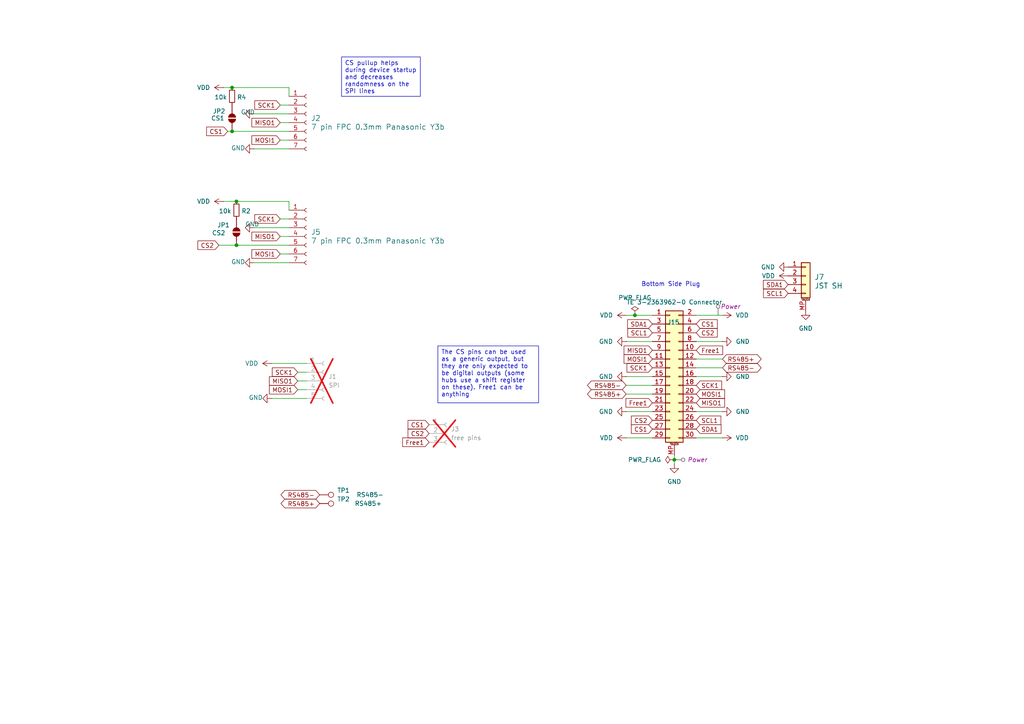
<source format=kicad_sch>
(kicad_sch (version 20231120) (generator "eeschema") (generator_version "8.0")
  (paper "A4")
  (lib_symbols
    (symbol "Connector:Conn_01x03_Socket" (pin_names (offset 1.016) hide)
      (property "Reference" "J" (at 0 5.08 0))
      (property "Value" "Conn_01x03_Socket" (at 0 -5.08 0))
      (symbol "Conn_01x03_Socket_1_1"
        (arc (start 0 -2.032) (mid -0.5058 -2.54) (end 0 -3.048) (stroke (width 0.1524)))
        (polyline (pts (xy -1.27 -2.54) (xy -0.508 -2.54)) (stroke (width 0.1524)))
        (polyline (pts (xy -1.27 0) (xy -0.508 0)) (stroke (width 0.1524)))
        (polyline (pts (xy -1.27 2.54) (xy -0.508 2.54)) (stroke (width 0.1524)))
        (arc (start 0 0.508) (mid -0.5058 0) (end 0 -0.508) (stroke (width 0.1524)))
        (arc (start 0 3.048) (mid -0.5058 2.54) (end 0 2.032) (stroke (width 0.1524)))
        (pin passive line (at -5.08 2.54 0) (length 3.81) (name "Pin_1") (number "1"))
        (pin passive line (at -5.08 0 0) (length 3.81) (name "Pin_2") (number "2"))
        (pin passive line (at -5.08 -2.54 0) (length 3.81) (name "Pin_3") (number "3"))
      )
    )
    (symbol "Connector:Conn_01x05_Socket" (pin_names (offset 1.016) hide)
      (property "Reference" "J" (at 0 7.62 0))
      (property "Value" "Conn_01x05_Socket" (at 0 -7.62 0))
      (symbol "Conn_01x05_Socket_1_1"
        (arc (start 0 -4.572) (mid -0.5058 -5.08) (end 0 -5.588) (stroke (width 0.1524)))
        (arc (start 0 -2.032) (mid -0.5058 -2.54) (end 0 -3.048) (stroke (width 0.1524)))
        (polyline (pts (xy -1.27 -5.08) (xy -0.508 -5.08)) (stroke (width 0.1524)))
        (polyline (pts (xy -1.27 -2.54) (xy -0.508 -2.54)) (stroke (width 0.1524)))
        (polyline (pts (xy -1.27 0) (xy -0.508 0)) (stroke (width 0.1524)))
        (polyline (pts (xy -1.27 2.54) (xy -0.508 2.54)) (stroke (width 0.1524)))
        (polyline (pts (xy -1.27 5.08) (xy -0.508 5.08)) (stroke (width 0.1524)))
        (arc (start 0 0.508) (mid -0.5058 0) (end 0 -0.508) (stroke (width 0.1524)))
        (arc (start 0 3.048) (mid -0.5058 2.54) (end 0 2.032) (stroke (width 0.1524)))
        (arc (start 0 5.588) (mid -0.5058 5.08) (end 0 4.572) (stroke (width 0.1524)))
        (pin passive line (at -5.08 5.08 0) (length 3.81) (name "Pin_1") (number "1"))
        (pin passive line (at -5.08 2.54 0) (length 3.81) (name "Pin_2") (number "2"))
        (pin passive line (at -5.08 0 0) (length 3.81) (name "Pin_3") (number "3"))
        (pin passive line (at -5.08 -2.54 0) (length 3.81) (name "Pin_4") (number "4"))
        (pin passive line (at -5.08 -5.08 0) (length 3.81) (name "Pin_5") (number "5"))
      )
    )
    (symbol "Connector:Conn_01x07_Socket" (pin_names (offset 1.016) hide)
      (property "Reference" "J" (at 0 10.16 0))
      (property "Value" "Conn_01x07_Socket" (at 0 -10.16 0))
      (symbol "Conn_01x07_Socket_1_1"
        (arc (start 0 -7.112) (mid -0.5058 -7.62) (end 0 -8.128) (stroke (width 0.1524)))
        (arc (start 0 -4.572) (mid -0.5058 -5.08) (end 0 -5.588) (stroke (width 0.1524)))
        (arc (start 0 -2.032) (mid -0.5058 -2.54) (end 0 -3.048) (stroke (width 0.1524)))
        (polyline (pts (xy -1.27 -7.62) (xy -0.508 -7.62)) (stroke (width 0.1524)))
        (polyline (pts (xy -1.27 -5.08) (xy -0.508 -5.08)) (stroke (width 0.1524)))
        (polyline (pts (xy -1.27 -2.54) (xy -0.508 -2.54)) (stroke (width 0.1524)))
        (polyline (pts (xy -1.27 0) (xy -0.508 0)) (stroke (width 0.1524)))
        (polyline (pts (xy -1.27 2.54) (xy -0.508 2.54)) (stroke (width 0.1524)))
        (polyline (pts (xy -1.27 5.08) (xy -0.508 5.08)) (stroke (width 0.1524)))
        (polyline (pts (xy -1.27 7.62) (xy -0.508 7.62)) (stroke (width 0.1524)))
        (arc (start 0 0.508) (mid -0.5058 0) (end 0 -0.508) (stroke (width 0.1524)))
        (arc (start 0 3.048) (mid -0.5058 2.54) (end 0 2.032) (stroke (width 0.1524)))
        (arc (start 0 5.588) (mid -0.5058 5.08) (end 0 4.572) (stroke (width 0.1524)))
        (arc (start 0 8.128) (mid -0.5058 7.62) (end 0 7.112) (stroke (width 0.1524)))
        (pin passive line (at -5.08 7.62 0) (length 3.81) (name "Pin_1") (number "1"))
        (pin passive line (at -5.08 5.08 0) (length 3.81) (name "Pin_2") (number "2"))
        (pin passive line (at -5.08 2.54 0) (length 3.81) (name "Pin_3") (number "3"))
        (pin passive line (at -5.08 0 0) (length 3.81) (name "Pin_4") (number "4"))
        (pin passive line (at -5.08 -2.54 0) (length 3.81) (name "Pin_5") (number "5"))
        (pin passive line (at -5.08 -5.08 0) (length 3.81) (name "Pin_6") (number "6"))
        (pin passive line (at -5.08 -7.62 0) (length 3.81) (name "Pin_7") (number "7"))
      )
    )
    (symbol "Connector:TestPoint" (pin_numbers hide) (pin_names (offset 0.762) hide)
      (property "Reference" "TP" (at 0 6.858 0))
      (property "Value" "TestPoint" (at 0 5.08 0))
      (symbol "TestPoint_0_1"
        (circle (center 0 3.302) (radius 0.762))
      )
      (symbol "TestPoint_1_1"
        (pin passive line (at 0 0 90) (length 2.54) (name "1") (number "1"))
      )
    )
    (symbol "Connector_Generic_MountingPin:Conn_01x04_MountingPin" (pin_names (offset 1.016) hide)
      (property "Reference" "J" (at 0 5.08 0))
      (property "Value" "Conn_01x04_MountingPin" (at 1.27 -7.62 0))
      (symbol "Conn_01x04_MountingPin_1_1"
        (rectangle (start -1.27 -4.953) (end 0 -5.207) (stroke (width 0.1524)))
        (rectangle (start -1.27 -2.413) (end 0 -2.667) (stroke (width 0.1524)))
        (rectangle (start -1.27 0.127) (end 0 -0.127) (stroke (width 0.1524)))
        (rectangle (start -1.27 2.667) (end 0 2.413) (stroke (width 0.1524)))
        (rectangle (start -1.27 3.81) (end 1.27 -6.35) (stroke (width 0.254)) (fill (type background)))
        (polyline (pts (xy -1.016 -7.112) (xy 1.016 -7.112)) (stroke (width 0.1524)))
        (text "Mounting" (at 0 -6.731 0) (effects (font (size 0.381 0.381))))
        (pin passive line (at -5.08 2.54 0) (length 3.81) (name "Pin_1") (number "1"))
        (pin passive line (at -5.08 0 0) (length 3.81) (name "Pin_2") (number "2"))
        (pin passive line (at -5.08 -2.54 0) (length 3.81) (name "Pin_3") (number "3"))
        (pin passive line (at -5.08 -5.08 0) (length 3.81) (name "Pin_4") (number "4"))
        (pin passive line (at 0 -10.16 90) (length 3.048) (name "MountPin") (number "MP"))
      )
    )
    (symbol "Connector_Generic_MountingPin:Conn_02x15_Odd_Even_MountingPin" (pin_names (offset 1.016) hide)
      (property "Reference" "J" (at 1.27 20.32 0))
      (property "Value" "Conn_02x15_Odd_Even_MountingPin" (at 2.54 -20.32 0))
      (symbol "Conn_02x15_Odd_Even_MountingPin_1_1"
        (rectangle (start -1.27 -17.653) (end 0 -17.907) (stroke (width 0.1524)))
        (rectangle (start -1.27 -15.113) (end 0 -15.367) (stroke (width 0.1524)))
        (rectangle (start -1.27 -12.573) (end 0 -12.827) (stroke (width 0.1524)))
        (rectangle (start -1.27 -10.033) (end 0 -10.287) (stroke (width 0.1524)))
        (rectangle (start -1.27 -7.493) (end 0 -7.747) (stroke (width 0.1524)))
        (rectangle (start -1.27 -4.953) (end 0 -5.207) (stroke (width 0.1524)))
        (rectangle (start -1.27 -2.413) (end 0 -2.667) (stroke (width 0.1524)))
        (rectangle (start -1.27 0.127) (end 0 -0.127) (stroke (width 0.1524)))
        (rectangle (start -1.27 2.667) (end 0 2.413) (stroke (width 0.1524)))
        (rectangle (start -1.27 5.207) (end 0 4.953) (stroke (width 0.1524)))
        (rectangle (start -1.27 7.747) (end 0 7.493) (stroke (width 0.1524)))
        (rectangle (start -1.27 10.287) (end 0 10.033) (stroke (width 0.1524)))
        (rectangle (start -1.27 12.827) (end 0 12.573) (stroke (width 0.1524)))
        (rectangle (start -1.27 15.367) (end 0 15.113) (stroke (width 0.1524)))
        (rectangle (start -1.27 17.907) (end 0 17.653) (stroke (width 0.1524)))
        (rectangle (start -1.27 19.05) (end 3.81 -19.05) (stroke (width 0.254)) (fill (type background)))
        (polyline (pts (xy 0.254 -19.812) (xy 2.286 -19.812)) (stroke (width 0.1524)))
        (rectangle (start 3.81 -17.653) (end 2.54 -17.907) (stroke (width 0.1524)))
        (rectangle (start 3.81 -15.113) (end 2.54 -15.367) (stroke (width 0.1524)))
        (rectangle (start 3.81 -12.573) (end 2.54 -12.827) (stroke (width 0.1524)))
        (rectangle (start 3.81 -10.033) (end 2.54 -10.287) (stroke (width 0.1524)))
        (rectangle (start 3.81 -7.493) (end 2.54 -7.747) (stroke (width 0.1524)))
        (rectangle (start 3.81 -4.953) (end 2.54 -5.207) (stroke (width 0.1524)))
        (rectangle (start 3.81 -2.413) (end 2.54 -2.667) (stroke (width 0.1524)))
        (rectangle (start 3.81 0.127) (end 2.54 -0.127) (stroke (width 0.1524)))
        (rectangle (start 3.81 2.667) (end 2.54 2.413) (stroke (width 0.1524)))
        (rectangle (start 3.81 5.207) (end 2.54 4.953) (stroke (width 0.1524)))
        (rectangle (start 3.81 7.747) (end 2.54 7.493) (stroke (width 0.1524)))
        (rectangle (start 3.81 10.287) (end 2.54 10.033) (stroke (width 0.1524)))
        (rectangle (start 3.81 12.827) (end 2.54 12.573) (stroke (width 0.1524)))
        (rectangle (start 3.81 15.367) (end 2.54 15.113) (stroke (width 0.1524)))
        (rectangle (start 3.81 17.907) (end 2.54 17.653) (stroke (width 0.1524)))
        (text "Mounting" (at 1.27 -19.431 0) (effects (font (size 0.381 0.381))))
        (pin passive line (at -5.08 17.78 0) (length 3.81) (name "Pin_1") (number "1"))
        (pin passive line (at 7.62 7.62 180) (length 3.81) (name "Pin_10") (number "10"))
        (pin passive line (at -5.08 5.08 0) (length 3.81) (name "Pin_11") (number "11"))
        (pin passive line (at 7.62 5.08 180) (length 3.81) (name "Pin_12") (number "12"))
        (pin passive line (at -5.08 2.54 0) (length 3.81) (name "Pin_13") (number "13"))
        (pin passive line (at 7.62 2.54 180) (length 3.81) (name "Pin_14") (number "14"))
        (pin passive line (at -5.08 0 0) (length 3.81) (name "Pin_15") (number "15"))
        (pin passive line (at 7.62 0 180) (length 3.81) (name "Pin_16") (number "16"))
        (pin passive line (at -5.08 -2.54 0) (length 3.81) (name "Pin_17") (number "17"))
        (pin passive line (at 7.62 -2.54 180) (length 3.81) (name "Pin_18") (number "18"))
        (pin passive line (at -5.08 -5.08 0) (length 3.81) (name "Pin_19") (number "19"))
        (pin passive line (at 7.62 17.78 180) (length 3.81) (name "Pin_2") (number "2"))
        (pin passive line (at 7.62 -5.08 180) (length 3.81) (name "Pin_20") (number "20"))
        (pin passive line (at -5.08 -7.62 0) (length 3.81) (name "Pin_21") (number "21"))
        (pin passive line (at 7.62 -7.62 180) (length 3.81) (name "Pin_22") (number "22"))
        (pin passive line (at -5.08 -10.16 0) (length 3.81) (name "Pin_23") (number "23"))
        (pin passive line (at 7.62 -10.16 180) (length 3.81) (name "Pin_24") (number "24"))
        (pin passive line (at -5.08 -12.7 0) (length 3.81) (name "Pin_25") (number "25"))
        (pin passive line (at 7.62 -12.7 180) (length 3.81) (name "Pin_26") (number "26"))
        (pin passive line (at -5.08 -15.24 0) (length 3.81) (name "Pin_27") (number "27"))
        (pin passive line (at 7.62 -15.24 180) (length 3.81) (name "Pin_28") (number "28"))
        (pin passive line (at -5.08 -17.78 0) (length 3.81) (name "Pin_29") (number "29"))
        (pin passive line (at -5.08 15.24 0) (length 3.81) (name "Pin_3") (number "3"))
        (pin passive line (at 7.62 -17.78 180) (length 3.81) (name "Pin_30") (number "30"))
        (pin passive line (at 7.62 15.24 180) (length 3.81) (name "Pin_4") (number "4"))
        (pin passive line (at -5.08 12.7 0) (length 3.81) (name "Pin_5") (number "5"))
        (pin passive line (at 7.62 12.7 180) (length 3.81) (name "Pin_6") (number "6"))
        (pin passive line (at -5.08 10.16 0) (length 3.81) (name "Pin_7") (number "7"))
        (pin passive line (at 7.62 10.16 180) (length 3.81) (name "Pin_8") (number "8"))
        (pin passive line (at -5.08 7.62 0) (length 3.81) (name "Pin_9") (number "9"))
        (pin passive line (at 1.27 -22.86 90) (length 3.048) (name "MountPin") (number "MP"))
      )
    )
    (symbol "Device:R_Small" (pin_numbers hide) (pin_names (offset 0.254) hide)
      (property "Reference" "R" (at 0.762 0.508 0))
      (property "Value" "R_Small" (at 0.762 -1.016 0))
      (symbol "R_Small_0_1"
        (rectangle (start -0.762 1.778) (end 0.762 -1.778) (stroke (width 0.2032)))
      )
      (symbol "R_Small_1_1"
        (pin passive line (at 0 2.54 270) (length 0.762) (name "~") (number "1"))
        (pin passive line (at 0 -2.54 90) (length 0.762) (name "~") (number "2"))
      )
    )
    (symbol "Jumper:SolderJumper_2_Open" (pin_numbers hide) (pin_names (offset 0) hide) (exclude_from_sim yes) (in_bom no)
      (property "Reference" "JP" (at 0 2.032 0))
      (property "Value" "SolderJumper_2_Open" (at 0 -2.54 0))
      (symbol "SolderJumper_2_Open_0_1"
        (arc (start -0.254 1.016) (mid -1.2656 0) (end -0.254 -1.016))
        (arc (start -0.254 1.016) (mid -1.2656 0) (end -0.254 -1.016) (fill (type outline)))
        (polyline (pts (xy -0.254 1.016) (xy -0.254 -1.016)))
        (polyline (pts (xy 0.254 1.016) (xy 0.254 -1.016)))
        (arc (start 0.254 -1.016) (mid 1.2656 0) (end 0.254 1.016))
        (arc (start 0.254 -1.016) (mid 1.2656 0) (end 0.254 1.016) (fill (type outline)))
      )
      (symbol "SolderJumper_2_Open_1_1"
        (pin passive line (at -3.81 0 0) (length 2.54) (name "A") (number "1"))
        (pin passive line (at 3.81 0 180) (length 2.54) (name "B") (number "2"))
      )
    )
    (symbol "power:GND" (power) (pin_numbers hide) (pin_names (offset 0) hide)
      (property "Value" "GND" (at 0 -3.81 0))
      (symbol "GND_0_1"
        (polyline (pts (xy 0 0) (xy 0 -1.27) (xy 1.27 -1.27) (xy 0 -2.54) (xy -1.27 -1.27) (xy 0 -1.27)))
      )
      (symbol "GND_1_1"
        (pin power_in line (at 0 0 270) (length 0) (name "~") (number "1"))
      )
    )
    (symbol "power:PWR_FLAG" (power) (pin_numbers hide) (pin_names (offset 0) hide)
      (property "Value" "PWR_FLAG" (at 0 3.81 0))
      (symbol "PWR_FLAG_0_0"
        (pin power_out line (at 0 0 90) (length 0) (name "~") (number "1"))
      )
      (symbol "PWR_FLAG_0_1"
        (polyline (pts (xy 0 0) (xy 0 1.27) (xy -1.016 1.905) (xy 0 2.54) (xy 1.016 1.905) (xy 0 1.27)))
      )
    )
    (symbol "power:VDD" (power) (pin_numbers hide) (pin_names (offset 0) hide)
      (property "Value" "VDD" (at 0 3.556 0))
      (symbol "VDD_0_1"
        (polyline (pts (xy -0.762 1.27) (xy 0 2.54)))
        (polyline (pts (xy 0 0) (xy 0 2.54)))
        (polyline (pts (xy 0 2.54) (xy 0.762 1.27)))
      )
      (symbol "VDD_1_1"
        (pin power_in line (at 0 0 90) (length 0) (name "~") (number "1"))
      )
    )
  )
  (junction (at 67.31 25.4))
  (junction (at 68.58 71.12))
  (junction (at 184.15 91.44))
  (junction (at 67.31 38.1))
  (junction (at 195.58 133.35))
  (junction (at 68.58 58.42))
  (wire (pts (xy 66.04 38.1) (xy 67.31 38.1)))
  (wire (pts (xy 181.61 119.38) (xy 189.23 119.38)))
  (wire (pts (xy 81.28 68.58) (xy 83.82 68.58)))
  (wire (pts (xy 209.55 127) (xy 201.93 127)))
  (wire (pts (xy 81.28 63.5) (xy 83.82 63.5)))
  (wire (pts (xy 184.15 91.44) (xy 189.23 91.44)))
  (wire (pts (xy 64.77 58.42) (xy 68.58 58.42)))
  (wire (pts (xy 195.58 134.62) (xy 195.58 133.35)))
  (wire (pts (xy 68.58 58.42) (xy 83.82 58.42)))
  (wire (pts (xy 181.61 127) (xy 189.23 127)))
  (wire (pts (xy 63.5 71.12) (xy 68.58 71.12)))
  (wire (pts (xy 68.58 71.12) (xy 83.82 71.12)))
  (wire (pts (xy 81.28 35.56) (xy 83.82 35.56)))
  (wire (pts (xy 78.74 115.57) (xy 88.9 115.57)))
  (wire (pts (xy 67.31 25.4) (xy 83.82 25.4)))
  (wire (pts (xy 209.55 106.68) (xy 201.93 106.68)))
  (wire (pts (xy 209.55 109.22) (xy 201.93 109.22)))
  (wire (pts (xy 83.82 58.42) (xy 83.82 60.96)))
  (wire (pts (xy 209.55 104.14) (xy 201.93 104.14)))
  (wire (pts (xy 181.61 91.44) (xy 184.15 91.44)))
  (wire (pts (xy 195.58 133.35) (xy 195.58 132.08)))
  (wire (pts (xy 67.31 38.1) (xy 83.82 38.1)))
  (wire (pts (xy 181.61 114.3) (xy 189.23 114.3)))
  (wire (pts (xy 81.28 73.66) (xy 83.82 73.66)))
  (wire (pts (xy 81.28 40.64) (xy 83.82 40.64)))
  (wire (pts (xy 64.77 25.4) (xy 67.31 25.4)))
  (wire (pts (xy 181.61 99.06) (xy 189.23 99.06)))
  (wire (pts (xy 81.28 30.48) (xy 83.82 30.48)))
  (wire (pts (xy 73.66 43.18) (xy 83.82 43.18)))
  (wire (pts (xy 78.74 105.41) (xy 88.9 105.41)))
  (wire (pts (xy 83.82 25.4) (xy 83.82 27.94)))
  (wire (pts (xy 73.66 76.2) (xy 83.82 76.2)))
  (wire (pts (xy 181.61 111.76) (xy 189.23 111.76)))
  (wire (pts (xy 209.55 119.38) (xy 201.93 119.38)))
  (wire (pts (xy 209.55 91.44) (xy 201.93 91.44)))
  (wire (pts (xy 86.36 110.49) (xy 88.9 110.49)))
  (wire (pts (xy 86.36 107.95) (xy 88.9 107.95)))
  (wire (pts (xy 73.66 33.02) (xy 83.82 33.02)))
  (wire (pts (xy 181.61 109.22) (xy 189.23 109.22)))
  (wire (pts (xy 86.36 113.03) (xy 88.9 113.03)))
  (wire (pts (xy 209.55 99.06) (xy 201.93 99.06)))
  (wire (pts (xy 73.66 66.04) (xy 83.82 66.04)))
  (text_box "CS pullup helps during device startup and decreases randomness on the SPI lines" (at 99.06 16.51 0) (size 22.86 11.43) (effects (font (size 1.27 1.27)) (justify left top)))
  (text_box "The CS pins can be used as a generic output, but they are only expected to be digital outputs (some hubs use a shift register on these). Free1 can be anything" (at 127 100.33 0) (size 29.21 16.51) (effects (font (size 1.27 1.27)) (justify left top)))
  (text "Bottom Side Plug" (at 194.564 82.55 0) (effects (font (size 1.27 1.27))))
  (global_label "SCL1" (shape input) (at 201.93 121.92 0) (property "Intersheetrefs" "${INTERSHEET_REFS}" (effects (hide yes))))
  (global_label "CS1" (shape input) (at 66.04 38.1 180) (property "Intersheetrefs" "${INTERSHEET_REFS}" (effects (hide yes))))
  (global_label "CS2" (shape input) (at 63.5 71.12 180) (property "Intersheetrefs" "${INTERSHEET_REFS}" (effects (hide yes))))
  (global_label "MISO1" (shape input) (at 86.36 110.49 180) (property "Intersheetrefs" "${INTERSHEET_REFS}" (effects (hide yes))))
  (global_label "RS485+" (shape bidirectional) (at 181.61 114.3 180) (property "Intersheetrefs" "${INTERSHEET_REFS}" (effects (hide yes))))
  (global_label "SCL1" (shape input) (at 189.23 96.52 180) (property "Intersheetrefs" "${INTERSHEET_REFS}" (effects (hide yes))))
  (global_label "MOSI1" (shape input) (at 86.36 113.03 180) (property "Intersheetrefs" "${INTERSHEET_REFS}" (effects (hide yes))))
  (global_label "SCK1" (shape input) (at 201.93 111.76 0) (property "Intersheetrefs" "${INTERSHEET_REFS}" (effects (hide yes))))
  (global_label "CS1" (shape input) (at 201.93 93.98 0) (property "Intersheetrefs" "${INTERSHEET_REFS}" (effects (hide yes))))
  (global_label "CS2" (shape input) (at 201.93 96.52 0) (property "Intersheetrefs" "${INTERSHEET_REFS}" (effects (hide yes))))
  (global_label "MISO1" (shape input) (at 81.28 68.58 180) (property "Intersheetrefs" "${INTERSHEET_REFS}" (effects (hide yes))))
  (global_label "SDA1" (shape input) (at 228.6 82.55 180) (property "Intersheetrefs" "${INTERSHEET_REFS}" (effects (hide yes))))
  (global_label "SCL1" (shape input) (at 228.6 85.09 180) (property "Intersheetrefs" "${INTERSHEET_REFS}" (effects (hide yes))))
  (global_label "SCK1" (shape input) (at 81.28 30.48 180) (property "Intersheetrefs" "${INTERSHEET_REFS}" (effects (hide yes))))
  (global_label "CS1" (shape input) (at 189.23 124.46 180) (property "Intersheetrefs" "${INTERSHEET_REFS}" (effects (hide yes))))
  (global_label "CS2" (shape input) (at 124.46 125.73 180) (property "Intersheetrefs" "${INTERSHEET_REFS}" (effects (hide yes))))
  (global_label "MOSI1" (shape input) (at 189.23 104.14 180) (property "Intersheetrefs" "${INTERSHEET_REFS}" (effects (hide yes))))
  (global_label "RS485-" (shape bidirectional) (at 181.61 111.76 180) (property "Intersheetrefs" "${INTERSHEET_REFS}" (effects (hide yes))))
  (global_label "MOSI1" (shape input) (at 81.28 73.66 180) (property "Intersheetrefs" "${INTERSHEET_REFS}" (effects (hide yes))))
  (global_label "MISO1" (shape input) (at 81.28 35.56 180) (property "Intersheetrefs" "${INTERSHEET_REFS}" (effects (hide yes))))
  (global_label "SCK1" (shape input) (at 86.36 107.95 180) (property "Intersheetrefs" "${INTERSHEET_REFS}" (effects (hide yes))))
  (global_label "SCK1" (shape input) (at 189.23 106.68 180) (property "Intersheetrefs" "${INTERSHEET_REFS}" (effects (hide yes))))
  (global_label "Free1" (shape input) (at 124.46 128.27 180) (property "Intersheetrefs" "${INTERSHEET_REFS}" (effects (hide yes))))
  (global_label "SCK1" (shape input) (at 81.28 63.5 180) (property "Intersheetrefs" "${INTERSHEET_REFS}" (effects (hide yes))))
  (global_label "MOSI1" (shape input) (at 201.93 114.3 0) (property "Intersheetrefs" "${INTERSHEET_REFS}" (effects (hide yes))))
  (global_label "CS1" (shape input) (at 124.46 123.19 180) (property "Intersheetrefs" "${INTERSHEET_REFS}" (effects (hide yes))))
  (global_label "Free1" (shape input) (at 189.23 116.84 180) (property "Intersheetrefs" "${INTERSHEET_REFS}" (effects (hide yes))))
  (global_label "SDA1" (shape input) (at 201.93 124.46 0) (property "Intersheetrefs" "${INTERSHEET_REFS}" (effects (hide yes))))
  (global_label "CS2" (shape input) (at 189.23 121.92 180) (property "Intersheetrefs" "${INTERSHEET_REFS}" (effects (hide yes))))
  (global_label "MISO1" (shape input) (at 189.23 101.6 180) (property "Intersheetrefs" "${INTERSHEET_REFS}" (effects (hide yes))))
  (global_label "MISO1" (shape input) (at 201.93 116.84 0) (property "Intersheetrefs" "${INTERSHEET_REFS}" (effects (hide yes))))
  (global_label "SDA1" (shape input) (at 189.23 93.98 180) (property "Intersheetrefs" "${INTERSHEET_REFS}" (effects (hide yes))))
  (global_label "Free1" (shape input) (at 201.93 101.6 0) (property "Intersheetrefs" "${INTERSHEET_REFS}" (effects (hide yes))))
  (global_label "RS485+" (shape bidirectional) (at 209.55 104.14 0) (property "Intersheetrefs" "${INTERSHEET_REFS}" (effects (hide yes))))
  (global_label "MOSI1" (shape input) (at 81.28 40.64 180) (property "Intersheetrefs" "${INTERSHEET_REFS}" (effects (hide yes))))
  (global_label "RS485-" (shape bidirectional) (at 92.71 143.51 180) (property "Intersheetrefs" "${INTERSHEET_REFS}" (effects (hide yes))))
  (global_label "RS485-" (shape bidirectional) (at 209.55 106.68 0) (property "Intersheetrefs" "${INTERSHEET_REFS}" (effects (hide yes))))
  (global_label "RS485+" (shape bidirectional) (at 92.71 146.05 180) (property "Intersheetrefs" "${INTERSHEET_REFS}" (effects (hide yes))))
  (netclass_flag "" (length 2.54) (shape round) (at 208.28 91.44 0) (property "Netclass" "Power" (at 208.9785 88.9 0) (effects (font (italic yes)) (justify left))))
  (netclass_flag "" (length 2.54) (shape round) (at 195.58 133.35 270) (property "Netclass" "Power" (at 199.39 133.35 0) (effects (font (italic yes)) (justify left))))
  (symbol (lib_id "Device:R_Small") (at 68.58 60.96 0) (unit 1)
    (property "Reference" "R2" (at 71.374 61.214 0))
    (property "Value" "10k" (at 65.278 61.214 0))
    (property "Footprint" "Resistor_SMD:R_0603_1608Metric" (effects (hide yes)))
    (property "Description" "Resistor, small symbol" (effects (hide yes)))
    (property "LCSC" "C25804" (effects (hide yes)))
  )
  (symbol (lib_id "Jumper:SolderJumper_2_Open") (at 68.58 67.31 90) (unit 1) (exclude_from_sim yes) (in_bom no)
    (property "Reference" "JP1" (at 62.992 65.278 90) (effects (justify right)))
    (property "Value" "CS2" (at 61.468 67.564 90) (effects (justify right)))
    (property "Footprint" "Jumper:SolderJumper-2_P1.3mm_Open_RoundedPad1.0x1.5mm" (effects (hide yes)))
    (property "Description" "Solder Jumper, 2-pole, open" (effects (hide yes)))
  )
  (symbol (lib_id "power:GND") (at 228.6 77.47 270) (mirror x) (unit 1)
    (property "Reference" "#PWR06" (effects (hide yes)))
    (property "Value" "GND" (at 224.79 77.4701 90) (effects (justify right)))
    (property "Description" "Power symbol creates a global label with name \"GND\" , ground" (effects (hide yes)))
  )
  (symbol (lib_id "Connector:TestPoint") (at 92.71 143.51 270) (unit 1) (in_bom no)
    (property "Reference" "TP1" (at 97.79 142.2399 90) (effects (justify left)))
    (property "Value" "RS485-" (at 103.378 143.51 90) (effects (justify left)))
    (property "Footprint" "TestPoint:TestPoint_Pad_D1.0mm" (effects (hide yes)))
    (property "Description" "test point" (effects (hide yes)))
  )
  (symbol (lib_id "power:GND") (at 209.55 99.06 90) (mirror x) (unit 1)
    (property "Reference" "#PWR039" (effects (hide yes)))
    (property "Value" "GND" (at 213.36 99.0599 90) (effects (justify right)))
    (property "Description" "Power symbol creates a global label with name \"GND\" , ground" (effects (hide yes)))
  )
  (symbol (lib_id "power:GND") (at 181.61 119.38 270) (mirror x) (unit 1)
    (property "Reference" "#PWR047" (effects (hide yes)))
    (property "Value" "GND" (at 177.8 119.3801 90) (effects (justify right)))
    (property "Description" "Power symbol creates a global label with name \"GND\" , ground" (effects (hide yes)))
  )
  (symbol (lib_id "Connector_Generic_MountingPin:Conn_01x04_MountingPin") (at 233.68 80.01 0) (unit 1)
    (property "Reference" "J7" (at 236.22 80.3655 0) (effects (font (size 1.524 1.524)) (justify left)))
    (property "Value" "JST SH" (at 236.22 82.9055 0) (effects (font (size 1.524 1.524)) (justify left)))
    (property "Footprint" "Connector_JST:JST_SH_SM04B-SRSS-TB_1x04-1MP_P1.00mm_Horizontal" (effects (hide yes)))
    (property "Description" "Generic connectable mounting pin connector, single row, 01x04, script generated (kicad-library-utils/schlib/autogen/connector/)" (effects (hide yes)))
  )
  (symbol (lib_id "power:GND") (at 78.74 115.57 270) (unit 1)
    (property "Reference" "#PWR012" (effects (hide yes)))
    (property "Value" "GND" (at 74.168 115.316 90))
    (property "Description" "Power symbol creates a global label with name \"GND\" , ground" (effects (hide yes)))
  )
  (symbol (lib_id "power:GND") (at 73.66 33.02 270) (unit 1)
    (property "Reference" "#PWR02" (effects (hide yes)))
    (property "Value" "GND" (at 71.882 32.512 90))
    (property "Description" "Power symbol creates a global label with name \"GND\" , ground" (effects (hide yes)))
  )
  (symbol (lib_id "power:GND") (at 209.55 109.22 90) (mirror x) (unit 1)
    (property "Reference" "#PWR044" (effects (hide yes)))
    (property "Value" "GND" (at 213.36 109.2199 90) (effects (justify right)))
    (property "Description" "Power symbol creates a global label with name \"GND\" , ground" (effects (hide yes)))
  )
  (symbol (lib_id "Connector:Conn_01x03_Socket") (at 129.54 125.73 0) (unit 1) (dnp yes)
    (property "Reference" "J3" (at 130.81 124.4599 0) (effects (justify left)))
    (property "Value" "free pins" (at 130.81 126.9999 0) (effects (justify left)))
    (property "Footprint" "Connector_PinHeader_1.27mm:PinHeader_1x03_P1.27mm_Vertical" (effects (hide yes)))
    (property "Description" "Generic connector, single row, 01x03, script generated" (effects (hide yes)))
  )
  (symbol (lib_id "power:VDD") (at 78.74 105.41 90) (unit 1)
    (property "Reference" "#PWR09" (effects (hide yes)))
    (property "Value" "VDD" (at 74.93 105.4099 90) (effects (justify left)))
    (property "Description" "Power symbol creates a global label with name \"VDD\"" (effects (hide yes)))
  )
  (symbol (lib_id "power:GND") (at 73.66 43.18 270) (unit 1)
    (property "Reference" "#PWR03" (effects (hide yes)))
    (property "Value" "GND" (at 69.088 42.926 90))
    (property "Description" "Power symbol creates a global label with name \"GND\" , ground" (effects (hide yes)))
  )
  (symbol (lib_id "power:PWR_FLAG") (at 195.58 133.35 90) (unit 1)
    (property "Reference" "#FLG01" (effects (hide yes)))
    (property "Value" "PWR_FLAG" (at 191.77 133.3499 90) (effects (justify left)))
    (property "Description" "Special symbol for telling ERC where power comes from" (effects (hide yes)))
  )
  (symbol (lib_id "power:VDD") (at 209.55 91.44 270) (mirror x) (unit 1)
    (property "Reference" "#PWR034" (effects (hide yes)))
    (property "Value" "VDD" (at 213.36 91.4399 90) (effects (justify left)))
    (property "Description" "Power symbol creates a global label with name \"VDD\"" (effects (hide yes)))
  )
  (symbol (lib_id "power:GND") (at 195.58 134.62 0) (unit 1)
    (property "Reference" "#PWR055" (effects (hide yes)))
    (property "Value" "GND" (at 195.58 139.7 0))
    (property "Description" "Power symbol creates a global label with name \"GND\" , ground" (effects (hide yes)))
  )
  (symbol (lib_id "Connector_Generic_MountingPin:Conn_02x15_Odd_Even_MountingPin") (at 194.31 109.22 0) (unit 1)
    (property "Reference" "J15" (at 195.326 93.472 0))
    (property "Value" "TE 3-2363962-0 Connector" (at 195.58 87.63 0))
    (property "Footprint" "custom_testpoints:TE_mezzanine_conn_3-2363962-0" (effects (hide yes)))
    (property "Description" "Generic connectable mounting pin connector, double row, 02x15, odd/even pin numbering scheme (row 1 odd numbers, row 2 even numbers), script generated (kicad-library-utils/schlib/autogen/connector/)" (effects (hide yes)))
    (property "LCSC" "C425104" (effects (hide yes)))
  )
  (symbol (lib_id "power:GND") (at 181.61 109.22 270) (mirror x) (unit 1)
    (property "Reference" "#PWR043" (effects (hide yes)))
    (property "Value" "GND" (at 177.8 109.2201 90) (effects (justify right)))
    (property "Description" "Power symbol creates a global label with name \"GND\" , ground" (effects (hide yes)))
  )
  (symbol (lib_id "power:PWR_FLAG") (at 184.15 91.44 0) (unit 1)
    (property "Reference" "#FLG02" (effects (hide yes)))
    (property "Value" "PWR_FLAG" (at 184.15 86.36 0))
    (property "Description" "Special symbol for telling ERC where power comes from" (effects (hide yes)))
  )
  (symbol (lib_id "power:GND") (at 73.66 76.2 270) (unit 1)
    (property "Reference" "#PWR010" (effects (hide yes)))
    (property "Value" "GND" (at 69.088 75.946 90))
    (property "Description" "Power symbol creates a global label with name \"GND\" , ground" (effects (hide yes)))
  )
  (symbol (lib_id "power:VDD") (at 228.6 80.01 90) (mirror x) (unit 1)
    (property "Reference" "#PWR07" (effects (hide yes)))
    (property "Value" "VDD" (at 224.79 80.0101 90) (effects (justify left)))
    (property "Description" "Power symbol creates a global label with name \"VDD\"" (effects (hide yes)))
  )
  (symbol (lib_id "Connector:Conn_01x07_Socket") (at 88.9 68.58 0) (unit 1)
    (property "Reference" "J5" (at 90.17 67.3099 0) (effects (font (size 1.524 1.524)) (justify left)))
    (property "Value" "7 pin FPC 0.3mm Panasonic Y3b" (at 90.17 69.8499 0) (effects (font (size 1.524 1.524)) (justify left)))
    (property "Footprint" "custom_Interface_HID:fpc_7pin_0.3mm_connector Panasonic" (effects (hide yes)))
    (property "Description" "Generic connector, single row, 01x07, script generated" (effects (hide yes)))
  )
  (symbol (lib_id "power:VDD") (at 181.61 91.44 90) (mirror x) (unit 1)
    (property "Reference" "#PWR033" (effects (hide yes)))
    (property "Value" "VDD" (at 177.8 91.4401 90) (effects (justify left)))
    (property "Description" "Power symbol creates a global label with name \"VDD\"" (effects (hide yes)))
  )
  (symbol (lib_id "Connector:Conn_01x07_Socket") (at 88.9 35.56 0) (unit 1)
    (property "Reference" "J2" (at 90.17 34.2899 0) (effects (font (size 1.524 1.524)) (justify left)))
    (property "Value" "7 pin FPC 0.3mm Panasonic Y3b" (at 90.17 36.8299 0) (effects (font (size 1.524 1.524)) (justify left)))
    (property "Footprint" "custom_Interface_HID:fpc_7pin_0.3mm_connector Panasonic" (effects (hide yes)))
    (property "Description" "Generic connector, single row, 01x07, script generated" (effects (hide yes)))
  )
  (symbol (lib_id "Connector:Conn_01x05_Socket") (at 93.98 110.49 0) (unit 1) (dnp yes)
    (property "Reference" "J1" (at 95.25 109.2199 0) (effects (justify left)))
    (property "Value" "SPI" (at 95.25 111.7599 0) (effects (justify left)))
    (property "Footprint" "Connector_PinHeader_1.27mm:PinHeader_1x05_P1.27mm_Vertical" (effects (hide yes)))
    (property "Description" "Generic connector, single row, 01x05, script generated" (effects (hide yes)))
  )
  (symbol (lib_id "power:GND") (at 181.61 99.06 270) (mirror x) (unit 1)
    (property "Reference" "#PWR038" (effects (hide yes)))
    (property "Value" "GND" (at 177.8 99.0601 90) (effects (justify right)))
    (property "Description" "Power symbol creates a global label with name \"GND\" , ground" (effects (hide yes)))
  )
  (symbol (lib_id "Connector:TestPoint") (at 92.71 146.05 270) (unit 1) (in_bom no)
    (property "Reference" "TP2" (at 97.79 144.7799 90) (effects (justify left)))
    (property "Value" "RS485+" (at 102.87 146.05 90) (effects (justify left)))
    (property "Footprint" "TestPoint:TestPoint_Pad_D1.0mm" (effects (hide yes)))
    (property "Description" "test point" (effects (hide yes)))
  )
  (symbol (lib_id "power:VDD") (at 64.77 58.42 90) (unit 1)
    (property "Reference" "#PWR04" (effects (hide yes)))
    (property "Value" "VDD" (at 60.96 58.4199 90) (effects (justify left)))
    (property "Description" "Power symbol creates a global label with name \"VDD\"" (effects (hide yes)))
  )
  (symbol (lib_id "power:VDD") (at 181.61 127 90) (mirror x) (unit 1)
    (property "Reference" "#PWR051" (effects (hide yes)))
    (property "Value" "VDD" (at 177.8 127.0001 90) (effects (justify left)))
    (property "Description" "Power symbol creates a global label with name \"VDD\"" (effects (hide yes)))
  )
  (symbol (lib_id "power:VDD") (at 64.77 25.4 90) (unit 1)
    (property "Reference" "#PWR01" (effects (hide yes)))
    (property "Value" "VDD" (at 60.96 25.3999 90) (effects (justify left)))
    (property "Description" "Power symbol creates a global label with name \"VDD\"" (effects (hide yes)))
  )
  (symbol (lib_id "power:GND") (at 209.55 119.38 90) (mirror x) (unit 1)
    (property "Reference" "#PWR048" (effects (hide yes)))
    (property "Value" "GND" (at 213.36 119.3799 90) (effects (justify right)))
    (property "Description" "Power symbol creates a global label with name \"GND\" , ground" (effects (hide yes)))
  )
  (symbol (lib_id "Jumper:SolderJumper_2_Open") (at 67.31 34.29 90) (unit 1) (exclude_from_sim yes) (in_bom no)
    (property "Reference" "JP2" (at 61.722 32.258 90) (effects (justify right)))
    (property "Value" "CS1" (at 61.214 34.29 90) (effects (justify right)))
    (property "Footprint" "Jumper:SolderJumper-2_P1.3mm_Open_RoundedPad1.0x1.5mm" (effects (hide yes)))
    (property "Description" "Solder Jumper, 2-pole, open" (effects (hide yes)))
  )
  (symbol (lib_id "power:GND") (at 73.66 66.04 270) (unit 1)
    (property "Reference" "#PWR05" (effects (hide yes)))
    (property "Value" "GND" (at 73.152 65.024 90))
    (property "Description" "Power symbol creates a global label with name \"GND\" , ground" (effects (hide yes)))
  )
  (symbol (lib_id "power:VDD") (at 209.55 127 270) (mirror x) (unit 1)
    (property "Reference" "#PWR052" (effects (hide yes)))
    (property "Value" "VDD" (at 213.36 126.9999 90) (effects (justify left)))
    (property "Description" "Power symbol creates a global label with name \"VDD\"" (effects (hide yes)))
  )
  (symbol (lib_id "Device:R_Small") (at 67.31 27.94 0) (unit 1)
    (property "Reference" "R4" (at 70.104 28.194 0))
    (property "Value" "10k" (at 64.008 28.194 0))
    (property "Footprint" "Resistor_SMD:R_0603_1608Metric" (effects (hide yes)))
    (property "Description" "Resistor, small symbol" (effects (hide yes)))
    (property "LCSC" "C25804" (effects (hide yes)))
  )
  (symbol (lib_id "power:GND") (at 233.68 90.17 0) (mirror y) (unit 1)
    (property "Reference" "#PWR08" (effects (hide yes)))
    (property "Value" "GND" (at 233.68 95.25 0))
    (property "Description" "Power symbol creates a global label with name \"GND\" , ground" (effects (hide yes)))
  )
)
</source>
